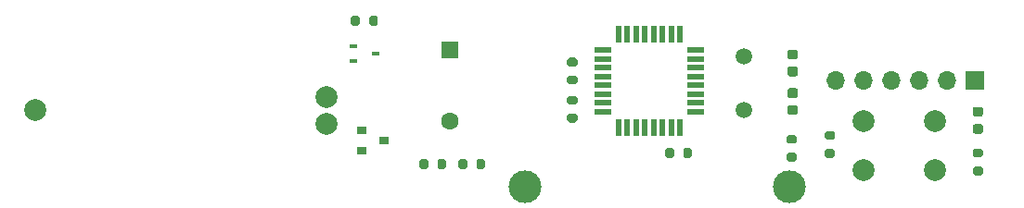
<source format=gts>
G04 #@! TF.GenerationSoftware,KiCad,Pcbnew,(5.1.9)-1*
G04 #@! TF.CreationDate,2021-06-09T23:23:04+02:00*
G04 #@! TF.ProjectId,window_sensor,77696e64-6f77-45f7-9365-6e736f722e6b,rev?*
G04 #@! TF.SameCoordinates,Original*
G04 #@! TF.FileFunction,Soldermask,Top*
G04 #@! TF.FilePolarity,Negative*
%FSLAX46Y46*%
G04 Gerber Fmt 4.6, Leading zero omitted, Abs format (unit mm)*
G04 Created by KiCad (PCBNEW (5.1.9)-1) date 2021-06-09 23:23:04*
%MOMM*%
%LPD*%
G01*
G04 APERTURE LIST*
%ADD10O,1.700000X1.700000*%
%ADD11R,1.700000X1.700000*%
%ADD12C,2.000000*%
%ADD13C,1.500000*%
%ADD14R,0.550000X1.600000*%
%ADD15R,1.600000X0.550000*%
%ADD16C,3.000000*%
%ADD17R,0.900000X0.800000*%
%ADD18R,0.700000X0.450000*%
%ADD19C,1.600000*%
%ADD20R,1.600000X1.600000*%
G04 APERTURE END LIST*
D10*
X163500000Y-77000000D03*
X166040000Y-77000000D03*
X168580000Y-77000000D03*
X171120000Y-77000000D03*
X173660000Y-77000000D03*
D11*
X176200000Y-77000000D03*
D12*
X90459000Y-79692500D03*
X117059000Y-80942500D03*
X117059000Y-78442500D03*
G36*
G01*
X120925000Y-71775000D02*
X120925000Y-71225000D01*
G75*
G02*
X121125000Y-71025000I200000J0D01*
G01*
X121525000Y-71025000D01*
G75*
G02*
X121725000Y-71225000I0J-200000D01*
G01*
X121725000Y-71775000D01*
G75*
G02*
X121525000Y-71975000I-200000J0D01*
G01*
X121125000Y-71975000D01*
G75*
G02*
X120925000Y-71775000I0J200000D01*
G01*
G37*
G36*
G01*
X119275000Y-71775000D02*
X119275000Y-71225000D01*
G75*
G02*
X119475000Y-71025000I200000J0D01*
G01*
X119875000Y-71025000D01*
G75*
G02*
X120075000Y-71225000I0J-200000D01*
G01*
X120075000Y-71775000D01*
G75*
G02*
X119875000Y-71975000I-200000J0D01*
G01*
X119475000Y-71975000D01*
G75*
G02*
X119275000Y-71775000I0J200000D01*
G01*
G37*
D13*
X155146500Y-79669000D03*
X155146500Y-74789000D03*
D14*
X149300000Y-81250000D03*
X148500000Y-81250000D03*
X147700000Y-81250000D03*
X146900000Y-81250000D03*
X146100000Y-81250000D03*
X145300000Y-81250000D03*
X144500000Y-81250000D03*
X143700000Y-81250000D03*
D15*
X142250000Y-79800000D03*
X142250000Y-79000000D03*
X142250000Y-78200000D03*
X142250000Y-77400000D03*
X142250000Y-76600000D03*
X142250000Y-75800000D03*
X142250000Y-75000000D03*
X142250000Y-74200000D03*
D14*
X143700000Y-72750000D03*
X144500000Y-72750000D03*
X145300000Y-72750000D03*
X146100000Y-72750000D03*
X146900000Y-72750000D03*
X147700000Y-72750000D03*
X148500000Y-72750000D03*
X149300000Y-72750000D03*
D15*
X150750000Y-74200000D03*
X150750000Y-75000000D03*
X150750000Y-75800000D03*
X150750000Y-76600000D03*
X150750000Y-77400000D03*
X150750000Y-78200000D03*
X150750000Y-79000000D03*
X150750000Y-79800000D03*
D12*
X166100000Y-85200000D03*
X166100000Y-80700000D03*
X172600000Y-85200000D03*
X172600000Y-80700000D03*
D16*
X135126000Y-86689000D03*
X159256000Y-86689000D03*
G36*
G01*
X139745000Y-75680000D02*
X139195000Y-75680000D01*
G75*
G02*
X138995000Y-75480000I0J200000D01*
G01*
X138995000Y-75080000D01*
G75*
G02*
X139195000Y-74880000I200000J0D01*
G01*
X139745000Y-74880000D01*
G75*
G02*
X139945000Y-75080000I0J-200000D01*
G01*
X139945000Y-75480000D01*
G75*
G02*
X139745000Y-75680000I-200000J0D01*
G01*
G37*
G36*
G01*
X139745000Y-77330000D02*
X139195000Y-77330000D01*
G75*
G02*
X138995000Y-77130000I0J200000D01*
G01*
X138995000Y-76730000D01*
G75*
G02*
X139195000Y-76530000I200000J0D01*
G01*
X139745000Y-76530000D01*
G75*
G02*
X139945000Y-76730000I0J-200000D01*
G01*
X139945000Y-77130000D01*
G75*
G02*
X139745000Y-77330000I-200000J0D01*
G01*
G37*
G36*
G01*
X139745000Y-79173000D02*
X139195000Y-79173000D01*
G75*
G02*
X138995000Y-78973000I0J200000D01*
G01*
X138995000Y-78573000D01*
G75*
G02*
X139195000Y-78373000I200000J0D01*
G01*
X139745000Y-78373000D01*
G75*
G02*
X139945000Y-78573000I0J-200000D01*
G01*
X139945000Y-78973000D01*
G75*
G02*
X139745000Y-79173000I-200000J0D01*
G01*
G37*
G36*
G01*
X139745000Y-80823000D02*
X139195000Y-80823000D01*
G75*
G02*
X138995000Y-80623000I0J200000D01*
G01*
X138995000Y-80223000D01*
G75*
G02*
X139195000Y-80023000I200000J0D01*
G01*
X139745000Y-80023000D01*
G75*
G02*
X139945000Y-80223000I0J-200000D01*
G01*
X139945000Y-80623000D01*
G75*
G02*
X139745000Y-80823000I-200000J0D01*
G01*
G37*
G36*
G01*
X176770000Y-84000000D02*
X176220000Y-84000000D01*
G75*
G02*
X176020000Y-83800000I0J200000D01*
G01*
X176020000Y-83400000D01*
G75*
G02*
X176220000Y-83200000I200000J0D01*
G01*
X176770000Y-83200000D01*
G75*
G02*
X176970000Y-83400000I0J-200000D01*
G01*
X176970000Y-83800000D01*
G75*
G02*
X176770000Y-84000000I-200000J0D01*
G01*
G37*
G36*
G01*
X176770000Y-85650000D02*
X176220000Y-85650000D01*
G75*
G02*
X176020000Y-85450000I0J200000D01*
G01*
X176020000Y-85050000D01*
G75*
G02*
X176220000Y-84850000I200000J0D01*
G01*
X176770000Y-84850000D01*
G75*
G02*
X176970000Y-85050000I0J-200000D01*
G01*
X176970000Y-85450000D01*
G75*
G02*
X176770000Y-85650000I-200000J0D01*
G01*
G37*
G36*
G01*
X127165000Y-84893000D02*
X127165000Y-84343000D01*
G75*
G02*
X127365000Y-84143000I200000J0D01*
G01*
X127765000Y-84143000D01*
G75*
G02*
X127965000Y-84343000I0J-200000D01*
G01*
X127965000Y-84893000D01*
G75*
G02*
X127765000Y-85093000I-200000J0D01*
G01*
X127365000Y-85093000D01*
G75*
G02*
X127165000Y-84893000I0J200000D01*
G01*
G37*
G36*
G01*
X125515000Y-84893000D02*
X125515000Y-84343000D01*
G75*
G02*
X125715000Y-84143000I200000J0D01*
G01*
X126115000Y-84143000D01*
G75*
G02*
X126315000Y-84343000I0J-200000D01*
G01*
X126315000Y-84893000D01*
G75*
G02*
X126115000Y-85093000I-200000J0D01*
G01*
X125715000Y-85093000D01*
G75*
G02*
X125515000Y-84893000I0J200000D01*
G01*
G37*
G36*
G01*
X129871000Y-84343000D02*
X129871000Y-84893000D01*
G75*
G02*
X129671000Y-85093000I-200000J0D01*
G01*
X129271000Y-85093000D01*
G75*
G02*
X129071000Y-84893000I0J200000D01*
G01*
X129071000Y-84343000D01*
G75*
G02*
X129271000Y-84143000I200000J0D01*
G01*
X129671000Y-84143000D01*
G75*
G02*
X129871000Y-84343000I0J-200000D01*
G01*
G37*
G36*
G01*
X131521000Y-84343000D02*
X131521000Y-84893000D01*
G75*
G02*
X131321000Y-85093000I-200000J0D01*
G01*
X130921000Y-85093000D01*
G75*
G02*
X130721000Y-84893000I0J200000D01*
G01*
X130721000Y-84343000D01*
G75*
G02*
X130921000Y-84143000I200000J0D01*
G01*
X131321000Y-84143000D01*
G75*
G02*
X131521000Y-84343000I0J-200000D01*
G01*
G37*
G36*
G01*
X159225000Y-83600000D02*
X159775000Y-83600000D01*
G75*
G02*
X159975000Y-83800000I0J-200000D01*
G01*
X159975000Y-84200000D01*
G75*
G02*
X159775000Y-84400000I-200000J0D01*
G01*
X159225000Y-84400000D01*
G75*
G02*
X159025000Y-84200000I0J200000D01*
G01*
X159025000Y-83800000D01*
G75*
G02*
X159225000Y-83600000I200000J0D01*
G01*
G37*
G36*
G01*
X159225000Y-81950000D02*
X159775000Y-81950000D01*
G75*
G02*
X159975000Y-82150000I0J-200000D01*
G01*
X159975000Y-82550000D01*
G75*
G02*
X159775000Y-82750000I-200000J0D01*
G01*
X159225000Y-82750000D01*
G75*
G02*
X159025000Y-82550000I0J200000D01*
G01*
X159025000Y-82150000D01*
G75*
G02*
X159225000Y-81950000I200000J0D01*
G01*
G37*
G36*
G01*
X163275000Y-82400000D02*
X162725000Y-82400000D01*
G75*
G02*
X162525000Y-82200000I0J200000D01*
G01*
X162525000Y-81800000D01*
G75*
G02*
X162725000Y-81600000I200000J0D01*
G01*
X163275000Y-81600000D01*
G75*
G02*
X163475000Y-81800000I0J-200000D01*
G01*
X163475000Y-82200000D01*
G75*
G02*
X163275000Y-82400000I-200000J0D01*
G01*
G37*
G36*
G01*
X163275000Y-84050000D02*
X162725000Y-84050000D01*
G75*
G02*
X162525000Y-83850000I0J200000D01*
G01*
X162525000Y-83450000D01*
G75*
G02*
X162725000Y-83250000I200000J0D01*
G01*
X163275000Y-83250000D01*
G75*
G02*
X163475000Y-83450000I0J-200000D01*
G01*
X163475000Y-83850000D01*
G75*
G02*
X163275000Y-84050000I-200000J0D01*
G01*
G37*
G36*
G01*
X148750000Y-83330000D02*
X148750000Y-83880000D01*
G75*
G02*
X148550000Y-84080000I-200000J0D01*
G01*
X148150000Y-84080000D01*
G75*
G02*
X147950000Y-83880000I0J200000D01*
G01*
X147950000Y-83330000D01*
G75*
G02*
X148150000Y-83130000I200000J0D01*
G01*
X148550000Y-83130000D01*
G75*
G02*
X148750000Y-83330000I0J-200000D01*
G01*
G37*
G36*
G01*
X150400000Y-83330000D02*
X150400000Y-83880000D01*
G75*
G02*
X150200000Y-84080000I-200000J0D01*
G01*
X149800000Y-84080000D01*
G75*
G02*
X149600000Y-83880000I0J200000D01*
G01*
X149600000Y-83330000D01*
G75*
G02*
X149800000Y-83130000I200000J0D01*
G01*
X150200000Y-83130000D01*
G75*
G02*
X150400000Y-83330000I0J-200000D01*
G01*
G37*
D17*
X122285000Y-82455000D03*
X120285000Y-83405000D03*
X120285000Y-81505000D03*
G36*
G01*
X176751250Y-80265000D02*
X176238750Y-80265000D01*
G75*
G02*
X176020000Y-80046250I0J218750D01*
G01*
X176020000Y-79608750D01*
G75*
G02*
X176238750Y-79390000I218750J0D01*
G01*
X176751250Y-79390000D01*
G75*
G02*
X176970000Y-79608750I0J-218750D01*
G01*
X176970000Y-80046250D01*
G75*
G02*
X176751250Y-80265000I-218750J0D01*
G01*
G37*
G36*
G01*
X176751250Y-81840000D02*
X176238750Y-81840000D01*
G75*
G02*
X176020000Y-81621250I0J218750D01*
G01*
X176020000Y-81183750D01*
G75*
G02*
X176238750Y-80965000I218750J0D01*
G01*
X176751250Y-80965000D01*
G75*
G02*
X176970000Y-81183750I0J-218750D01*
G01*
X176970000Y-81621250D01*
G75*
G02*
X176751250Y-81840000I-218750J0D01*
G01*
G37*
D18*
X121500000Y-74500000D03*
X119500000Y-75150000D03*
X119500000Y-73850000D03*
G36*
G01*
X159841500Y-75039000D02*
X159341500Y-75039000D01*
G75*
G02*
X159116500Y-74814000I0J225000D01*
G01*
X159116500Y-74364000D01*
G75*
G02*
X159341500Y-74139000I225000J0D01*
G01*
X159841500Y-74139000D01*
G75*
G02*
X160066500Y-74364000I0J-225000D01*
G01*
X160066500Y-74814000D01*
G75*
G02*
X159841500Y-75039000I-225000J0D01*
G01*
G37*
G36*
G01*
X159841500Y-76589000D02*
X159341500Y-76589000D01*
G75*
G02*
X159116500Y-76364000I0J225000D01*
G01*
X159116500Y-75914000D01*
G75*
G02*
X159341500Y-75689000I225000J0D01*
G01*
X159841500Y-75689000D01*
G75*
G02*
X160066500Y-75914000I0J-225000D01*
G01*
X160066500Y-76364000D01*
G75*
G02*
X159841500Y-76589000I-225000J0D01*
G01*
G37*
G36*
G01*
X159341500Y-79219000D02*
X159841500Y-79219000D01*
G75*
G02*
X160066500Y-79444000I0J-225000D01*
G01*
X160066500Y-79894000D01*
G75*
G02*
X159841500Y-80119000I-225000J0D01*
G01*
X159341500Y-80119000D01*
G75*
G02*
X159116500Y-79894000I0J225000D01*
G01*
X159116500Y-79444000D01*
G75*
G02*
X159341500Y-79219000I225000J0D01*
G01*
G37*
G36*
G01*
X159341500Y-77669000D02*
X159841500Y-77669000D01*
G75*
G02*
X160066500Y-77894000I0J-225000D01*
G01*
X160066500Y-78344000D01*
G75*
G02*
X159841500Y-78569000I-225000J0D01*
G01*
X159341500Y-78569000D01*
G75*
G02*
X159116500Y-78344000I0J225000D01*
G01*
X159116500Y-77894000D01*
G75*
G02*
X159341500Y-77669000I225000J0D01*
G01*
G37*
D19*
X128270000Y-80700000D03*
D20*
X128270000Y-74200000D03*
M02*

</source>
